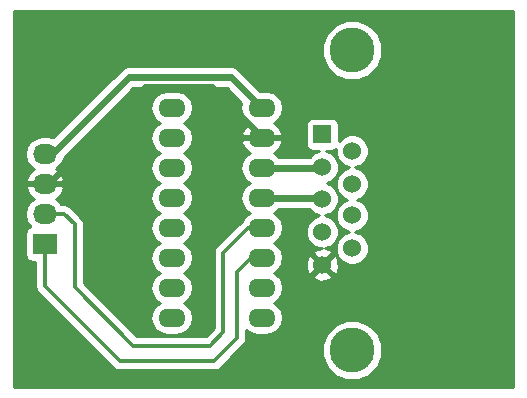
<source format=gbr>
G04 #@! TF.FileFunction,Copper,L2,Bot,Signal*
%FSLAX46Y46*%
G04 Gerber Fmt 4.6, Leading zero omitted, Abs format (unit mm)*
G04 Created by KiCad (PCBNEW 201611211049+7371~55~ubuntu16.10.1-product) date Thu Dec 29 13:08:53 2016*
%MOMM*%
%LPD*%
G01*
G04 APERTURE LIST*
%ADD10C,0.100000*%
%ADD11C,3.810000*%
%ADD12R,1.524000X1.524000*%
%ADD13C,1.524000*%
%ADD14R,2.032000X1.727200*%
%ADD15O,2.032000X1.727200*%
%ADD16O,2.300000X1.600000*%
%ADD17C,0.600000*%
%ADD18C,0.350000*%
%ADD19C,0.254000*%
G04 APERTURE END LIST*
D10*
D11*
X153543000Y-100330000D03*
X153543000Y-74930000D03*
D12*
X151003000Y-82042000D03*
D13*
X151003000Y-84836000D03*
X151003000Y-87503000D03*
X151003000Y-90297000D03*
X151003000Y-93091000D03*
X153543000Y-83439000D03*
X153543000Y-86233000D03*
X153543000Y-88900000D03*
X153543000Y-91694000D03*
D14*
X127508000Y-91313000D03*
D15*
X127508000Y-88773000D03*
X127508000Y-86233000D03*
X127508000Y-83693000D03*
D16*
X138271250Y-79787750D03*
X138271250Y-82327750D03*
X138271250Y-84867750D03*
X138271250Y-87407750D03*
X138271250Y-89947750D03*
X138271250Y-92487750D03*
X138271250Y-95027750D03*
X138271250Y-97567750D03*
X145891250Y-97567750D03*
X145891250Y-95027750D03*
X145891250Y-92487750D03*
X145891250Y-89947750D03*
X145891250Y-87407750D03*
X145891250Y-84867750D03*
X145891250Y-82327750D03*
X145891250Y-79787750D03*
D17*
X127508000Y-83693000D02*
X128143000Y-83693000D01*
X128143000Y-83693000D02*
X134620000Y-77216000D01*
X134620000Y-77216000D02*
X143319500Y-77216000D01*
X143319500Y-77216000D02*
X145891250Y-79787750D01*
X145891250Y-82327750D02*
X145891250Y-82264250D01*
X145891250Y-82264250D02*
X141643002Y-78016002D01*
X135978998Y-78016002D02*
X127762000Y-86233000D01*
X141643002Y-78016002D02*
X135978998Y-78016002D01*
X127762000Y-86233000D02*
X127508000Y-86233000D01*
X145891250Y-84867750D02*
X150971250Y-84867750D01*
X150971250Y-84867750D02*
X151003000Y-84836000D01*
X145891250Y-87407750D02*
X150907750Y-87407750D01*
X150907750Y-87407750D02*
X151003000Y-87503000D01*
D18*
X145891250Y-89947750D02*
X144748250Y-89947750D01*
X144748250Y-89947750D02*
X142621000Y-92075000D01*
X142621000Y-92075000D02*
X142621000Y-98806000D01*
X142621000Y-98806000D02*
X141478000Y-99949000D01*
X141478000Y-99949000D02*
X135001000Y-99949000D01*
X135001000Y-99949000D02*
X130048000Y-94996000D01*
X130048000Y-94996000D02*
X130048000Y-89662000D01*
X130048000Y-89662000D02*
X129159000Y-88773000D01*
X129159000Y-88773000D02*
X127508000Y-88773000D01*
X145891250Y-92487750D02*
X145002250Y-92487750D01*
X145002250Y-92487750D02*
X143764000Y-93726000D01*
X143764000Y-93726000D02*
X143764000Y-99314000D01*
X143764000Y-99314000D02*
X141859000Y-101219000D01*
X141859000Y-101219000D02*
X133858000Y-101219000D01*
X133858000Y-101219000D02*
X127508000Y-94869000D01*
X127508000Y-94869000D02*
X127508000Y-91313000D01*
D19*
G36*
X167184000Y-103430000D02*
X124916000Y-103430000D01*
X124916000Y-88773000D01*
X125824655Y-88773000D01*
X125938729Y-89346489D01*
X126263585Y-89832670D01*
X126280566Y-89844016D01*
X126244235Y-89851243D01*
X126034191Y-89991591D01*
X125893843Y-90201635D01*
X125844560Y-90449400D01*
X125844560Y-92176600D01*
X125893843Y-92424365D01*
X126034191Y-92634409D01*
X126244235Y-92774757D01*
X126492000Y-92824040D01*
X126698000Y-92824040D01*
X126698000Y-94869000D01*
X126759658Y-95178974D01*
X126844517Y-95305974D01*
X126935244Y-95441756D01*
X133285243Y-101791756D01*
X133416635Y-101879549D01*
X133548026Y-101967342D01*
X133858000Y-102029000D01*
X141859000Y-102029000D01*
X142168974Y-101967342D01*
X142431756Y-101791756D01*
X143390491Y-100833021D01*
X151002560Y-100833021D01*
X151388437Y-101766915D01*
X152102327Y-102482052D01*
X153035546Y-102869559D01*
X154046021Y-102870440D01*
X154979915Y-102484563D01*
X155695052Y-101770673D01*
X156082559Y-100837454D01*
X156083440Y-99826979D01*
X155697563Y-98893085D01*
X154983673Y-98177948D01*
X154050454Y-97790441D01*
X153039979Y-97789560D01*
X152106085Y-98175437D01*
X151390948Y-98889327D01*
X151003441Y-99822546D01*
X151002560Y-100833021D01*
X143390491Y-100833021D01*
X144336757Y-99886756D01*
X144512343Y-99623973D01*
X144539766Y-99486103D01*
X144574000Y-99314000D01*
X144574000Y-98637518D01*
X144957129Y-98893517D01*
X145506280Y-99002750D01*
X146276220Y-99002750D01*
X146825371Y-98893517D01*
X147290918Y-98582448D01*
X147601987Y-98116901D01*
X147711220Y-97567750D01*
X147601987Y-97018599D01*
X147290918Y-96553052D01*
X146908832Y-96297750D01*
X147290918Y-96042448D01*
X147601987Y-95576901D01*
X147711220Y-95027750D01*
X147601987Y-94478599D01*
X147329780Y-94071213D01*
X150202392Y-94071213D01*
X150271857Y-94313397D01*
X150795302Y-94500144D01*
X151350368Y-94472362D01*
X151734143Y-94313397D01*
X151803608Y-94071213D01*
X151003000Y-93270605D01*
X150202392Y-94071213D01*
X147329780Y-94071213D01*
X147290918Y-94013052D01*
X146908832Y-93757750D01*
X147290918Y-93502448D01*
X147601987Y-93036901D01*
X147632539Y-92883302D01*
X149593856Y-92883302D01*
X149621638Y-93438368D01*
X149780603Y-93822143D01*
X150022787Y-93891608D01*
X150823395Y-93091000D01*
X151182605Y-93091000D01*
X151983213Y-93891608D01*
X152225397Y-93822143D01*
X152412144Y-93298698D01*
X152384362Y-92743632D01*
X152225397Y-92359857D01*
X151983213Y-92290392D01*
X151182605Y-93091000D01*
X150823395Y-93091000D01*
X150022787Y-92290392D01*
X149780603Y-92359857D01*
X149593856Y-92883302D01*
X147632539Y-92883302D01*
X147711220Y-92487750D01*
X147601987Y-91938599D01*
X147290918Y-91473052D01*
X146908832Y-91217750D01*
X147290918Y-90962448D01*
X147601987Y-90496901D01*
X147711220Y-89947750D01*
X147601987Y-89398599D01*
X147290918Y-88933052D01*
X146908832Y-88677750D01*
X147290918Y-88422448D01*
X147344171Y-88342750D01*
X149867351Y-88342750D01*
X150210630Y-88686629D01*
X150723900Y-88899757D01*
X150726336Y-88899759D01*
X150212697Y-89111990D01*
X149819371Y-89504630D01*
X149606243Y-90017900D01*
X149605758Y-90573661D01*
X149817990Y-91087303D01*
X150210630Y-91480629D01*
X150723900Y-91693757D01*
X150968656Y-91693971D01*
X150655632Y-91709638D01*
X150271857Y-91868603D01*
X150202392Y-92110787D01*
X151003000Y-92911395D01*
X151803608Y-92110787D01*
X151734143Y-91868603D01*
X151245332Y-91694212D01*
X151279661Y-91694242D01*
X151793303Y-91482010D01*
X152186629Y-91089370D01*
X152399757Y-90576100D01*
X152400242Y-90020339D01*
X152188010Y-89506697D01*
X151795370Y-89113371D01*
X151282100Y-88900243D01*
X151279664Y-88900241D01*
X151793303Y-88688010D01*
X152186629Y-88295370D01*
X152399757Y-87782100D01*
X152400242Y-87226339D01*
X152188010Y-86712697D01*
X151795370Y-86319371D01*
X151434185Y-86169394D01*
X151793303Y-86021010D01*
X152186629Y-85628370D01*
X152399757Y-85115100D01*
X152400242Y-84559339D01*
X152188010Y-84045697D01*
X151795370Y-83652371D01*
X151311474Y-83451440D01*
X151765000Y-83451440D01*
X152012765Y-83402157D01*
X152146109Y-83313058D01*
X152145758Y-83715661D01*
X152357990Y-84229303D01*
X152750630Y-84622629D01*
X153263900Y-84835757D01*
X153266336Y-84835759D01*
X152752697Y-85047990D01*
X152359371Y-85440630D01*
X152146243Y-85953900D01*
X152145758Y-86509661D01*
X152357990Y-87023303D01*
X152750630Y-87416629D01*
X153111815Y-87566606D01*
X152752697Y-87714990D01*
X152359371Y-88107630D01*
X152146243Y-88620900D01*
X152145758Y-89176661D01*
X152357990Y-89690303D01*
X152750630Y-90083629D01*
X153263900Y-90296757D01*
X153266336Y-90296759D01*
X152752697Y-90508990D01*
X152359371Y-90901630D01*
X152146243Y-91414900D01*
X152145758Y-91970661D01*
X152357990Y-92484303D01*
X152750630Y-92877629D01*
X153263900Y-93090757D01*
X153819661Y-93091242D01*
X154333303Y-92879010D01*
X154726629Y-92486370D01*
X154939757Y-91973100D01*
X154940242Y-91417339D01*
X154728010Y-90903697D01*
X154335370Y-90510371D01*
X153822100Y-90297243D01*
X153819664Y-90297241D01*
X154333303Y-90085010D01*
X154726629Y-89692370D01*
X154939757Y-89179100D01*
X154940242Y-88623339D01*
X154728010Y-88109697D01*
X154335370Y-87716371D01*
X153974185Y-87566394D01*
X154333303Y-87418010D01*
X154726629Y-87025370D01*
X154939757Y-86512100D01*
X154940242Y-85956339D01*
X154728010Y-85442697D01*
X154335370Y-85049371D01*
X153822100Y-84836243D01*
X153819664Y-84836241D01*
X154333303Y-84624010D01*
X154726629Y-84231370D01*
X154939757Y-83718100D01*
X154940242Y-83162339D01*
X154728010Y-82648697D01*
X154335370Y-82255371D01*
X153822100Y-82042243D01*
X153266339Y-82041758D01*
X152752697Y-82253990D01*
X152412440Y-82593654D01*
X152412440Y-81280000D01*
X152363157Y-81032235D01*
X152222809Y-80822191D01*
X152012765Y-80681843D01*
X151765000Y-80632560D01*
X150241000Y-80632560D01*
X149993235Y-80681843D01*
X149783191Y-80822191D01*
X149642843Y-81032235D01*
X149593560Y-81280000D01*
X149593560Y-82804000D01*
X149642843Y-83051765D01*
X149783191Y-83261809D01*
X149993235Y-83402157D01*
X150241000Y-83451440D01*
X150695646Y-83451440D01*
X150212697Y-83650990D01*
X149930445Y-83932750D01*
X147344171Y-83932750D01*
X147290918Y-83853052D01*
X146913099Y-83600601D01*
X147345750Y-83252646D01*
X147615617Y-82759569D01*
X147633154Y-82676789D01*
X147511165Y-82454750D01*
X146018250Y-82454750D01*
X146018250Y-82474750D01*
X145764250Y-82474750D01*
X145764250Y-82454750D01*
X144271335Y-82454750D01*
X144149346Y-82676789D01*
X144166883Y-82759569D01*
X144436750Y-83252646D01*
X144869401Y-83600601D01*
X144491582Y-83853052D01*
X144180513Y-84318599D01*
X144071280Y-84867750D01*
X144180513Y-85416901D01*
X144491582Y-85882448D01*
X144873668Y-86137750D01*
X144491582Y-86393052D01*
X144180513Y-86858599D01*
X144071280Y-87407750D01*
X144180513Y-87956901D01*
X144491582Y-88422448D01*
X144873668Y-88677750D01*
X144491582Y-88933052D01*
X144213056Y-89349895D01*
X144175494Y-89374993D01*
X142048244Y-91502244D01*
X141872658Y-91765026D01*
X141811000Y-92075000D01*
X141811000Y-98470487D01*
X141142488Y-99139000D01*
X135336513Y-99139000D01*
X130858000Y-94660488D01*
X130858000Y-89662000D01*
X130823766Y-89489897D01*
X130796343Y-89352027D01*
X130620757Y-89089244D01*
X129731756Y-88200244D01*
X129596243Y-88109697D01*
X129468974Y-88024658D01*
X129159000Y-87963000D01*
X128919239Y-87963000D01*
X128752415Y-87713330D01*
X128442931Y-87506539D01*
X128858732Y-87135036D01*
X129112709Y-86607791D01*
X129115358Y-86592026D01*
X128994217Y-86360000D01*
X127635000Y-86360000D01*
X127635000Y-86380000D01*
X127381000Y-86380000D01*
X127381000Y-86360000D01*
X126021783Y-86360000D01*
X125900642Y-86592026D01*
X125903291Y-86607791D01*
X126157268Y-87135036D01*
X126573069Y-87506539D01*
X126263585Y-87713330D01*
X125938729Y-88199511D01*
X125824655Y-88773000D01*
X124916000Y-88773000D01*
X124916000Y-83693000D01*
X125824655Y-83693000D01*
X125938729Y-84266489D01*
X126263585Y-84752670D01*
X126573069Y-84959461D01*
X126157268Y-85330964D01*
X125903291Y-85858209D01*
X125900642Y-85873974D01*
X126021783Y-86106000D01*
X127381000Y-86106000D01*
X127381000Y-86086000D01*
X127635000Y-86086000D01*
X127635000Y-86106000D01*
X128994217Y-86106000D01*
X129115358Y-85873974D01*
X129112709Y-85858209D01*
X128858732Y-85330964D01*
X128442931Y-84959461D01*
X128752415Y-84752670D01*
X129077271Y-84266489D01*
X129123324Y-84034966D01*
X133370540Y-79787750D01*
X136451280Y-79787750D01*
X136560513Y-80336901D01*
X136871582Y-80802448D01*
X137253668Y-81057750D01*
X136871582Y-81313052D01*
X136560513Y-81778599D01*
X136451280Y-82327750D01*
X136560513Y-82876901D01*
X136871582Y-83342448D01*
X137253668Y-83597750D01*
X136871582Y-83853052D01*
X136560513Y-84318599D01*
X136451280Y-84867750D01*
X136560513Y-85416901D01*
X136871582Y-85882448D01*
X137253668Y-86137750D01*
X136871582Y-86393052D01*
X136560513Y-86858599D01*
X136451280Y-87407750D01*
X136560513Y-87956901D01*
X136871582Y-88422448D01*
X137253668Y-88677750D01*
X136871582Y-88933052D01*
X136560513Y-89398599D01*
X136451280Y-89947750D01*
X136560513Y-90496901D01*
X136871582Y-90962448D01*
X137253668Y-91217750D01*
X136871582Y-91473052D01*
X136560513Y-91938599D01*
X136451280Y-92487750D01*
X136560513Y-93036901D01*
X136871582Y-93502448D01*
X137253668Y-93757750D01*
X136871582Y-94013052D01*
X136560513Y-94478599D01*
X136451280Y-95027750D01*
X136560513Y-95576901D01*
X136871582Y-96042448D01*
X137253668Y-96297750D01*
X136871582Y-96553052D01*
X136560513Y-97018599D01*
X136451280Y-97567750D01*
X136560513Y-98116901D01*
X136871582Y-98582448D01*
X137337129Y-98893517D01*
X137886280Y-99002750D01*
X138656220Y-99002750D01*
X139205371Y-98893517D01*
X139670918Y-98582448D01*
X139981987Y-98116901D01*
X140091220Y-97567750D01*
X139981987Y-97018599D01*
X139670918Y-96553052D01*
X139288832Y-96297750D01*
X139670918Y-96042448D01*
X139981987Y-95576901D01*
X140091220Y-95027750D01*
X139981987Y-94478599D01*
X139670918Y-94013052D01*
X139288832Y-93757750D01*
X139670918Y-93502448D01*
X139981987Y-93036901D01*
X140091220Y-92487750D01*
X139981987Y-91938599D01*
X139670918Y-91473052D01*
X139288832Y-91217750D01*
X139670918Y-90962448D01*
X139981987Y-90496901D01*
X140091220Y-89947750D01*
X139981987Y-89398599D01*
X139670918Y-88933052D01*
X139288832Y-88677750D01*
X139670918Y-88422448D01*
X139981987Y-87956901D01*
X140091220Y-87407750D01*
X139981987Y-86858599D01*
X139670918Y-86393052D01*
X139288832Y-86137750D01*
X139670918Y-85882448D01*
X139981987Y-85416901D01*
X140091220Y-84867750D01*
X139981987Y-84318599D01*
X139670918Y-83853052D01*
X139288832Y-83597750D01*
X139670918Y-83342448D01*
X139981987Y-82876901D01*
X140091220Y-82327750D01*
X139981987Y-81778599D01*
X139670918Y-81313052D01*
X139288832Y-81057750D01*
X139670918Y-80802448D01*
X139981987Y-80336901D01*
X140091220Y-79787750D01*
X139981987Y-79238599D01*
X139670918Y-78773052D01*
X139205371Y-78461983D01*
X138656220Y-78352750D01*
X137886280Y-78352750D01*
X137337129Y-78461983D01*
X136871582Y-78773052D01*
X136560513Y-79238599D01*
X136451280Y-79787750D01*
X133370540Y-79787750D01*
X135007290Y-78151000D01*
X142932210Y-78151000D01*
X144153850Y-79372640D01*
X144071280Y-79787750D01*
X144180513Y-80336901D01*
X144491582Y-80802448D01*
X144869401Y-81054899D01*
X144436750Y-81402854D01*
X144166883Y-81895931D01*
X144149346Y-81978711D01*
X144271335Y-82200750D01*
X145764250Y-82200750D01*
X145764250Y-82180750D01*
X146018250Y-82180750D01*
X146018250Y-82200750D01*
X147511165Y-82200750D01*
X147633154Y-81978711D01*
X147615617Y-81895931D01*
X147345750Y-81402854D01*
X146913099Y-81054899D01*
X147290918Y-80802448D01*
X147601987Y-80336901D01*
X147711220Y-79787750D01*
X147601987Y-79238599D01*
X147290918Y-78773052D01*
X146825371Y-78461983D01*
X146276220Y-78352750D01*
X145778540Y-78352750D01*
X143980645Y-76554855D01*
X143677309Y-76352173D01*
X143319500Y-76281000D01*
X134620000Y-76281000D01*
X134262191Y-76352173D01*
X133958855Y-76554855D01*
X128215356Y-82298354D01*
X127692745Y-82194400D01*
X127323255Y-82194400D01*
X126749766Y-82308474D01*
X126263585Y-82633330D01*
X125938729Y-83119511D01*
X125824655Y-83693000D01*
X124916000Y-83693000D01*
X124916000Y-75433021D01*
X151002560Y-75433021D01*
X151388437Y-76366915D01*
X152102327Y-77082052D01*
X153035546Y-77469559D01*
X154046021Y-77470440D01*
X154979915Y-77084563D01*
X155695052Y-76370673D01*
X156082559Y-75437454D01*
X156083440Y-74426979D01*
X155697563Y-73493085D01*
X154983673Y-72777948D01*
X154050454Y-72390441D01*
X153039979Y-72389560D01*
X152106085Y-72775437D01*
X151390948Y-73489327D01*
X151003441Y-74422546D01*
X151002560Y-75433021D01*
X124916000Y-75433021D01*
X124916000Y-71576000D01*
X167184000Y-71576000D01*
X167184000Y-103430000D01*
X167184000Y-103430000D01*
G37*
X167184000Y-103430000D02*
X124916000Y-103430000D01*
X124916000Y-88773000D01*
X125824655Y-88773000D01*
X125938729Y-89346489D01*
X126263585Y-89832670D01*
X126280566Y-89844016D01*
X126244235Y-89851243D01*
X126034191Y-89991591D01*
X125893843Y-90201635D01*
X125844560Y-90449400D01*
X125844560Y-92176600D01*
X125893843Y-92424365D01*
X126034191Y-92634409D01*
X126244235Y-92774757D01*
X126492000Y-92824040D01*
X126698000Y-92824040D01*
X126698000Y-94869000D01*
X126759658Y-95178974D01*
X126844517Y-95305974D01*
X126935244Y-95441756D01*
X133285243Y-101791756D01*
X133416635Y-101879549D01*
X133548026Y-101967342D01*
X133858000Y-102029000D01*
X141859000Y-102029000D01*
X142168974Y-101967342D01*
X142431756Y-101791756D01*
X143390491Y-100833021D01*
X151002560Y-100833021D01*
X151388437Y-101766915D01*
X152102327Y-102482052D01*
X153035546Y-102869559D01*
X154046021Y-102870440D01*
X154979915Y-102484563D01*
X155695052Y-101770673D01*
X156082559Y-100837454D01*
X156083440Y-99826979D01*
X155697563Y-98893085D01*
X154983673Y-98177948D01*
X154050454Y-97790441D01*
X153039979Y-97789560D01*
X152106085Y-98175437D01*
X151390948Y-98889327D01*
X151003441Y-99822546D01*
X151002560Y-100833021D01*
X143390491Y-100833021D01*
X144336757Y-99886756D01*
X144512343Y-99623973D01*
X144539766Y-99486103D01*
X144574000Y-99314000D01*
X144574000Y-98637518D01*
X144957129Y-98893517D01*
X145506280Y-99002750D01*
X146276220Y-99002750D01*
X146825371Y-98893517D01*
X147290918Y-98582448D01*
X147601987Y-98116901D01*
X147711220Y-97567750D01*
X147601987Y-97018599D01*
X147290918Y-96553052D01*
X146908832Y-96297750D01*
X147290918Y-96042448D01*
X147601987Y-95576901D01*
X147711220Y-95027750D01*
X147601987Y-94478599D01*
X147329780Y-94071213D01*
X150202392Y-94071213D01*
X150271857Y-94313397D01*
X150795302Y-94500144D01*
X151350368Y-94472362D01*
X151734143Y-94313397D01*
X151803608Y-94071213D01*
X151003000Y-93270605D01*
X150202392Y-94071213D01*
X147329780Y-94071213D01*
X147290918Y-94013052D01*
X146908832Y-93757750D01*
X147290918Y-93502448D01*
X147601987Y-93036901D01*
X147632539Y-92883302D01*
X149593856Y-92883302D01*
X149621638Y-93438368D01*
X149780603Y-93822143D01*
X150022787Y-93891608D01*
X150823395Y-93091000D01*
X151182605Y-93091000D01*
X151983213Y-93891608D01*
X152225397Y-93822143D01*
X152412144Y-93298698D01*
X152384362Y-92743632D01*
X152225397Y-92359857D01*
X151983213Y-92290392D01*
X151182605Y-93091000D01*
X150823395Y-93091000D01*
X150022787Y-92290392D01*
X149780603Y-92359857D01*
X149593856Y-92883302D01*
X147632539Y-92883302D01*
X147711220Y-92487750D01*
X147601987Y-91938599D01*
X147290918Y-91473052D01*
X146908832Y-91217750D01*
X147290918Y-90962448D01*
X147601987Y-90496901D01*
X147711220Y-89947750D01*
X147601987Y-89398599D01*
X147290918Y-88933052D01*
X146908832Y-88677750D01*
X147290918Y-88422448D01*
X147344171Y-88342750D01*
X149867351Y-88342750D01*
X150210630Y-88686629D01*
X150723900Y-88899757D01*
X150726336Y-88899759D01*
X150212697Y-89111990D01*
X149819371Y-89504630D01*
X149606243Y-90017900D01*
X149605758Y-90573661D01*
X149817990Y-91087303D01*
X150210630Y-91480629D01*
X150723900Y-91693757D01*
X150968656Y-91693971D01*
X150655632Y-91709638D01*
X150271857Y-91868603D01*
X150202392Y-92110787D01*
X151003000Y-92911395D01*
X151803608Y-92110787D01*
X151734143Y-91868603D01*
X151245332Y-91694212D01*
X151279661Y-91694242D01*
X151793303Y-91482010D01*
X152186629Y-91089370D01*
X152399757Y-90576100D01*
X152400242Y-90020339D01*
X152188010Y-89506697D01*
X151795370Y-89113371D01*
X151282100Y-88900243D01*
X151279664Y-88900241D01*
X151793303Y-88688010D01*
X152186629Y-88295370D01*
X152399757Y-87782100D01*
X152400242Y-87226339D01*
X152188010Y-86712697D01*
X151795370Y-86319371D01*
X151434185Y-86169394D01*
X151793303Y-86021010D01*
X152186629Y-85628370D01*
X152399757Y-85115100D01*
X152400242Y-84559339D01*
X152188010Y-84045697D01*
X151795370Y-83652371D01*
X151311474Y-83451440D01*
X151765000Y-83451440D01*
X152012765Y-83402157D01*
X152146109Y-83313058D01*
X152145758Y-83715661D01*
X152357990Y-84229303D01*
X152750630Y-84622629D01*
X153263900Y-84835757D01*
X153266336Y-84835759D01*
X152752697Y-85047990D01*
X152359371Y-85440630D01*
X152146243Y-85953900D01*
X152145758Y-86509661D01*
X152357990Y-87023303D01*
X152750630Y-87416629D01*
X153111815Y-87566606D01*
X152752697Y-87714990D01*
X152359371Y-88107630D01*
X152146243Y-88620900D01*
X152145758Y-89176661D01*
X152357990Y-89690303D01*
X152750630Y-90083629D01*
X153263900Y-90296757D01*
X153266336Y-90296759D01*
X152752697Y-90508990D01*
X152359371Y-90901630D01*
X152146243Y-91414900D01*
X152145758Y-91970661D01*
X152357990Y-92484303D01*
X152750630Y-92877629D01*
X153263900Y-93090757D01*
X153819661Y-93091242D01*
X154333303Y-92879010D01*
X154726629Y-92486370D01*
X154939757Y-91973100D01*
X154940242Y-91417339D01*
X154728010Y-90903697D01*
X154335370Y-90510371D01*
X153822100Y-90297243D01*
X153819664Y-90297241D01*
X154333303Y-90085010D01*
X154726629Y-89692370D01*
X154939757Y-89179100D01*
X154940242Y-88623339D01*
X154728010Y-88109697D01*
X154335370Y-87716371D01*
X153974185Y-87566394D01*
X154333303Y-87418010D01*
X154726629Y-87025370D01*
X154939757Y-86512100D01*
X154940242Y-85956339D01*
X154728010Y-85442697D01*
X154335370Y-85049371D01*
X153822100Y-84836243D01*
X153819664Y-84836241D01*
X154333303Y-84624010D01*
X154726629Y-84231370D01*
X154939757Y-83718100D01*
X154940242Y-83162339D01*
X154728010Y-82648697D01*
X154335370Y-82255371D01*
X153822100Y-82042243D01*
X153266339Y-82041758D01*
X152752697Y-82253990D01*
X152412440Y-82593654D01*
X152412440Y-81280000D01*
X152363157Y-81032235D01*
X152222809Y-80822191D01*
X152012765Y-80681843D01*
X151765000Y-80632560D01*
X150241000Y-80632560D01*
X149993235Y-80681843D01*
X149783191Y-80822191D01*
X149642843Y-81032235D01*
X149593560Y-81280000D01*
X149593560Y-82804000D01*
X149642843Y-83051765D01*
X149783191Y-83261809D01*
X149993235Y-83402157D01*
X150241000Y-83451440D01*
X150695646Y-83451440D01*
X150212697Y-83650990D01*
X149930445Y-83932750D01*
X147344171Y-83932750D01*
X147290918Y-83853052D01*
X146913099Y-83600601D01*
X147345750Y-83252646D01*
X147615617Y-82759569D01*
X147633154Y-82676789D01*
X147511165Y-82454750D01*
X146018250Y-82454750D01*
X146018250Y-82474750D01*
X145764250Y-82474750D01*
X145764250Y-82454750D01*
X144271335Y-82454750D01*
X144149346Y-82676789D01*
X144166883Y-82759569D01*
X144436750Y-83252646D01*
X144869401Y-83600601D01*
X144491582Y-83853052D01*
X144180513Y-84318599D01*
X144071280Y-84867750D01*
X144180513Y-85416901D01*
X144491582Y-85882448D01*
X144873668Y-86137750D01*
X144491582Y-86393052D01*
X144180513Y-86858599D01*
X144071280Y-87407750D01*
X144180513Y-87956901D01*
X144491582Y-88422448D01*
X144873668Y-88677750D01*
X144491582Y-88933052D01*
X144213056Y-89349895D01*
X144175494Y-89374993D01*
X142048244Y-91502244D01*
X141872658Y-91765026D01*
X141811000Y-92075000D01*
X141811000Y-98470487D01*
X141142488Y-99139000D01*
X135336513Y-99139000D01*
X130858000Y-94660488D01*
X130858000Y-89662000D01*
X130823766Y-89489897D01*
X130796343Y-89352027D01*
X130620757Y-89089244D01*
X129731756Y-88200244D01*
X129596243Y-88109697D01*
X129468974Y-88024658D01*
X129159000Y-87963000D01*
X128919239Y-87963000D01*
X128752415Y-87713330D01*
X128442931Y-87506539D01*
X128858732Y-87135036D01*
X129112709Y-86607791D01*
X129115358Y-86592026D01*
X128994217Y-86360000D01*
X127635000Y-86360000D01*
X127635000Y-86380000D01*
X127381000Y-86380000D01*
X127381000Y-86360000D01*
X126021783Y-86360000D01*
X125900642Y-86592026D01*
X125903291Y-86607791D01*
X126157268Y-87135036D01*
X126573069Y-87506539D01*
X126263585Y-87713330D01*
X125938729Y-88199511D01*
X125824655Y-88773000D01*
X124916000Y-88773000D01*
X124916000Y-83693000D01*
X125824655Y-83693000D01*
X125938729Y-84266489D01*
X126263585Y-84752670D01*
X126573069Y-84959461D01*
X126157268Y-85330964D01*
X125903291Y-85858209D01*
X125900642Y-85873974D01*
X126021783Y-86106000D01*
X127381000Y-86106000D01*
X127381000Y-86086000D01*
X127635000Y-86086000D01*
X127635000Y-86106000D01*
X128994217Y-86106000D01*
X129115358Y-85873974D01*
X129112709Y-85858209D01*
X128858732Y-85330964D01*
X128442931Y-84959461D01*
X128752415Y-84752670D01*
X129077271Y-84266489D01*
X129123324Y-84034966D01*
X133370540Y-79787750D01*
X136451280Y-79787750D01*
X136560513Y-80336901D01*
X136871582Y-80802448D01*
X137253668Y-81057750D01*
X136871582Y-81313052D01*
X136560513Y-81778599D01*
X136451280Y-82327750D01*
X136560513Y-82876901D01*
X136871582Y-83342448D01*
X137253668Y-83597750D01*
X136871582Y-83853052D01*
X136560513Y-84318599D01*
X136451280Y-84867750D01*
X136560513Y-85416901D01*
X136871582Y-85882448D01*
X137253668Y-86137750D01*
X136871582Y-86393052D01*
X136560513Y-86858599D01*
X136451280Y-87407750D01*
X136560513Y-87956901D01*
X136871582Y-88422448D01*
X137253668Y-88677750D01*
X136871582Y-88933052D01*
X136560513Y-89398599D01*
X136451280Y-89947750D01*
X136560513Y-90496901D01*
X136871582Y-90962448D01*
X137253668Y-91217750D01*
X136871582Y-91473052D01*
X136560513Y-91938599D01*
X136451280Y-92487750D01*
X136560513Y-93036901D01*
X136871582Y-93502448D01*
X137253668Y-93757750D01*
X136871582Y-94013052D01*
X136560513Y-94478599D01*
X136451280Y-95027750D01*
X136560513Y-95576901D01*
X136871582Y-96042448D01*
X137253668Y-96297750D01*
X136871582Y-96553052D01*
X136560513Y-97018599D01*
X136451280Y-97567750D01*
X136560513Y-98116901D01*
X136871582Y-98582448D01*
X137337129Y-98893517D01*
X137886280Y-99002750D01*
X138656220Y-99002750D01*
X139205371Y-98893517D01*
X139670918Y-98582448D01*
X139981987Y-98116901D01*
X140091220Y-97567750D01*
X139981987Y-97018599D01*
X139670918Y-96553052D01*
X139288832Y-96297750D01*
X139670918Y-96042448D01*
X139981987Y-95576901D01*
X140091220Y-95027750D01*
X139981987Y-94478599D01*
X139670918Y-94013052D01*
X139288832Y-93757750D01*
X139670918Y-93502448D01*
X139981987Y-93036901D01*
X140091220Y-92487750D01*
X139981987Y-91938599D01*
X139670918Y-91473052D01*
X139288832Y-91217750D01*
X139670918Y-90962448D01*
X139981987Y-90496901D01*
X140091220Y-89947750D01*
X139981987Y-89398599D01*
X139670918Y-88933052D01*
X139288832Y-88677750D01*
X139670918Y-88422448D01*
X139981987Y-87956901D01*
X140091220Y-87407750D01*
X139981987Y-86858599D01*
X139670918Y-86393052D01*
X139288832Y-86137750D01*
X139670918Y-85882448D01*
X139981987Y-85416901D01*
X140091220Y-84867750D01*
X139981987Y-84318599D01*
X139670918Y-83853052D01*
X139288832Y-83597750D01*
X139670918Y-83342448D01*
X139981987Y-82876901D01*
X140091220Y-82327750D01*
X139981987Y-81778599D01*
X139670918Y-81313052D01*
X139288832Y-81057750D01*
X139670918Y-80802448D01*
X139981987Y-80336901D01*
X140091220Y-79787750D01*
X139981987Y-79238599D01*
X139670918Y-78773052D01*
X139205371Y-78461983D01*
X138656220Y-78352750D01*
X137886280Y-78352750D01*
X137337129Y-78461983D01*
X136871582Y-78773052D01*
X136560513Y-79238599D01*
X136451280Y-79787750D01*
X133370540Y-79787750D01*
X135007290Y-78151000D01*
X142932210Y-78151000D01*
X144153850Y-79372640D01*
X144071280Y-79787750D01*
X144180513Y-80336901D01*
X144491582Y-80802448D01*
X144869401Y-81054899D01*
X144436750Y-81402854D01*
X144166883Y-81895931D01*
X144149346Y-81978711D01*
X144271335Y-82200750D01*
X145764250Y-82200750D01*
X145764250Y-82180750D01*
X146018250Y-82180750D01*
X146018250Y-82200750D01*
X147511165Y-82200750D01*
X147633154Y-81978711D01*
X147615617Y-81895931D01*
X147345750Y-81402854D01*
X146913099Y-81054899D01*
X147290918Y-80802448D01*
X147601987Y-80336901D01*
X147711220Y-79787750D01*
X147601987Y-79238599D01*
X147290918Y-78773052D01*
X146825371Y-78461983D01*
X146276220Y-78352750D01*
X145778540Y-78352750D01*
X143980645Y-76554855D01*
X143677309Y-76352173D01*
X143319500Y-76281000D01*
X134620000Y-76281000D01*
X134262191Y-76352173D01*
X133958855Y-76554855D01*
X128215356Y-82298354D01*
X127692745Y-82194400D01*
X127323255Y-82194400D01*
X126749766Y-82308474D01*
X126263585Y-82633330D01*
X125938729Y-83119511D01*
X125824655Y-83693000D01*
X124916000Y-83693000D01*
X124916000Y-75433021D01*
X151002560Y-75433021D01*
X151388437Y-76366915D01*
X152102327Y-77082052D01*
X153035546Y-77469559D01*
X154046021Y-77470440D01*
X154979915Y-77084563D01*
X155695052Y-76370673D01*
X156082559Y-75437454D01*
X156083440Y-74426979D01*
X155697563Y-73493085D01*
X154983673Y-72777948D01*
X154050454Y-72390441D01*
X153039979Y-72389560D01*
X152106085Y-72775437D01*
X151390948Y-73489327D01*
X151003441Y-74422546D01*
X151002560Y-75433021D01*
X124916000Y-75433021D01*
X124916000Y-71576000D01*
X167184000Y-71576000D01*
X167184000Y-103430000D01*
M02*

</source>
